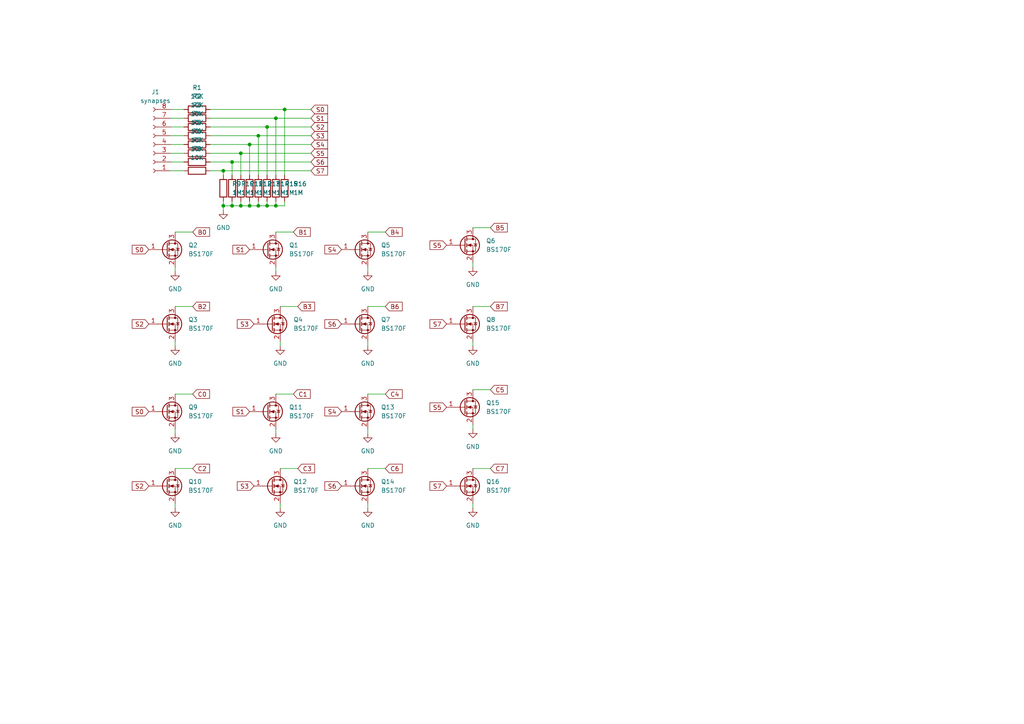
<source format=kicad_sch>
(kicad_sch (version 20230121) (generator eeschema)
  (paper "A4")
  (lib_symbols
    (symbol "Connector:Conn_01x08_Socket" (pin_names (offset 1.016) hide)
      (property "Reference" "J" (at 0 10.16 0))
      (property "Value" "Conn_01x08_Socket" (at 0 -12.7 0))
      (symbol "Conn_01x08_Socket_1_1"
        (arc (start 0 -9.652) (mid -0.5058 -10.16) (end 0 -10.668) (stroke (width 0.1524)))
        (arc (start 0 -7.112) (mid -0.5058 -7.62) (end 0 -8.128) (stroke (width 0.1524)))
        (arc (start 0 -4.572) (mid -0.5058 -5.08) (end 0 -5.588) (stroke (width 0.1524)))
        (arc (start 0 -2.032) (mid -0.5058 -2.54) (end 0 -3.048) (stroke (width 0.1524)))
        (polyline (pts (xy -1.27 -10.16) (xy -0.508 -10.16)) (stroke (width 0.1524)))
        (polyline (pts (xy -1.27 -7.62) (xy -0.508 -7.62)) (stroke (width 0.1524)))
        (polyline (pts (xy -1.27 -5.08) (xy -0.508 -5.08)) (stroke (width 0.1524)))
        (polyline (pts (xy -1.27 -2.54) (xy -0.508 -2.54)) (stroke (width 0.1524)))
        (polyline (pts (xy -1.27 0) (xy -0.508 0)) (stroke (width 0.1524)))
        (polyline (pts (xy -1.27 2.54) (xy -0.508 2.54)) (stroke (width 0.1524)))
        (polyline (pts (xy -1.27 5.08) (xy -0.508 5.08)) (stroke (width 0.1524)))
        (polyline (pts (xy -1.27 7.62) (xy -0.508 7.62)) (stroke (width 0.1524)))
        (arc (start 0 0.508) (mid -0.5058 0) (end 0 -0.508) (stroke (width 0.1524)))
        (arc (start 0 3.048) (mid -0.5058 2.54) (end 0 2.032) (stroke (width 0.1524)))
        (arc (start 0 5.588) (mid -0.5058 5.08) (end 0 4.572) (stroke (width 0.1524)))
        (arc (start 0 8.128) (mid -0.5058 7.62) (end 0 7.112) (stroke (width 0.1524)))
        (pin passive line (at -5.08 7.62 0) (length 3.81) (name "Pin_1") (number "1"))
        (pin passive line (at -5.08 5.08 0) (length 3.81) (name "Pin_2") (number "2"))
        (pin passive line (at -5.08 2.54 0) (length 3.81) (name "Pin_3") (number "3"))
        (pin passive line (at -5.08 0 0) (length 3.81) (name "Pin_4") (number "4"))
        (pin passive line (at -5.08 -2.54 0) (length 3.81) (name "Pin_5") (number "5"))
        (pin passive line (at -5.08 -5.08 0) (length 3.81) (name "Pin_6") (number "6"))
        (pin passive line (at -5.08 -7.62 0) (length 3.81) (name "Pin_7") (number "7"))
        (pin passive line (at -5.08 -10.16 0) (length 3.81) (name "Pin_8") (number "8"))
      )
    )
    (symbol "Device:R" (pin_numbers hide) (pin_names (offset 0))
      (property "Reference" "R" (at 2.032 0 90))
      (property "Value" "R" (at 0 0 90))
      (symbol "R_0_1"
        (rectangle (start -1.016 -2.54) (end 1.016 2.54) (stroke (width 0.254)))
      )
      (symbol "R_1_1"
        (pin passive line (at 0 3.81 270) (length 1.27) (name "~") (number "1"))
        (pin passive line (at 0 -3.81 90) (length 1.27) (name "~") (number "2"))
      )
    )
    (symbol "Transistor_FET:BS170F" (pin_names hide)
      (property "Reference" "Q" (at 5.08 1.905 0))
      (property "Value" "BS170F" (at 5.08 0 0))
      (symbol "BS170F_0_1"
        (polyline (pts (xy 0.254 0) (xy -2.54 0)))
        (polyline (pts (xy 0.254 1.905) (xy 0.254 -1.905)) (stroke (width 0.254)))
        (polyline (pts (xy 0.762 -1.27) (xy 0.762 -2.286)) (stroke (width 0.254)))
        (polyline (pts (xy 0.762 0.508) (xy 0.762 -0.508)) (stroke (width 0.254)))
        (polyline (pts (xy 0.762 2.286) (xy 0.762 1.27)) (stroke (width 0.254)))
        (polyline (pts (xy 2.54 2.54) (xy 2.54 1.778)))
        (polyline (pts (xy 2.54 -2.54) (xy 2.54 0) (xy 0.762 0)))
        (polyline (pts (xy 0.762 -1.778) (xy 3.302 -1.778) (xy 3.302 1.778) (xy 0.762 1.778)))
        (polyline (pts (xy 1.016 0) (xy 2.032 0.381) (xy 2.032 -0.381) (xy 1.016 0)) (fill (type outline)))
        (polyline (pts (xy 2.794 0.508) (xy 2.921 0.381) (xy 3.683 0.381) (xy 3.81 0.254)))
        (polyline (pts (xy 3.302 0.381) (xy 2.921 -0.254) (xy 3.683 -0.254) (xy 3.302 0.381)))
        (circle (center 1.651 0) (radius 2.794) (stroke (width 0.254)))
        (circle (center 2.54 -1.778) (radius 0.254) (fill (type outline)))
        (circle (center 2.54 1.778) (radius 0.254) (fill (type outline)))
      )
      (symbol "BS170F_1_1"
        (pin input line (at -5.08 0 0) (length 2.54) (name "G") (number "1"))
        (pin passive line (at 2.54 -5.08 90) (length 2.54) (name "S") (number "2"))
        (pin passive line (at 2.54 5.08 270) (length 2.54) (name "D") (number "3"))
      )
    )
    (symbol "power:GND" (power) (pin_names (offset 0))
      (property "Value" "GND" (at 0 -3.81 0))
      (symbol "GND_0_1"
        (polyline (pts (xy 0 0) (xy 0 -1.27) (xy 1.27 -1.27) (xy 0 -2.54) (xy -1.27 -1.27) (xy 0 -1.27)))
      )
      (symbol "GND_1_1"
        (pin power_in line (at 0 0 270) (length 0) hide (name "GND") (number "1"))
      )
    )
  )
  (junction (at 72.39 59.69))
  (junction (at 74.93 59.69))
  (junction (at 67.31 46.99))
  (junction (at 77.47 36.83))
  (junction (at 77.47 59.69))
  (junction (at 67.31 59.69))
  (junction (at 80.01 59.69))
  (junction (at 69.85 44.45))
  (junction (at 64.77 49.53))
  (junction (at 82.55 31.75))
  (junction (at 80.01 34.29))
  (junction (at 74.93 39.37))
  (junction (at 69.85 59.69))
  (junction (at 64.77 59.69))
  (junction (at 72.39 41.91))
  (wire (pts (xy 64.77 58.42) (xy 64.77 59.69)))
  (wire (pts (xy 72.39 58.42) (xy 72.39 59.69)))
  (wire (pts (xy 72.39 41.91) (xy 72.39 50.8)))
  (wire (pts (xy 137.16 66.04) (xy 142.24 66.04)))
  (wire (pts (xy 80.01 124.46) (xy 80.01 125.73)))
  (wire (pts (xy 137.16 135.89) (xy 142.24 135.89)))
  (wire (pts (xy 82.55 31.75) (xy 82.55 50.8)))
  (wire (pts (xy 137.16 88.9) (xy 142.24 88.9)))
  (wire (pts (xy 106.68 146.05) (xy 106.68 147.32)))
  (wire (pts (xy 106.68 88.9) (xy 111.76 88.9)))
  (wire (pts (xy 82.55 58.42) (xy 82.55 59.69)))
  (wire (pts (xy 80.01 77.47) (xy 80.01 78.74)))
  (wire (pts (xy 137.16 99.06) (xy 137.16 100.33)))
  (wire (pts (xy 106.68 77.47) (xy 106.68 78.74)))
  (wire (pts (xy 80.01 114.3) (xy 85.09 114.3)))
  (wire (pts (xy 60.96 46.99) (xy 67.31 46.99)))
  (wire (pts (xy 80.01 58.42) (xy 80.01 59.69)))
  (wire (pts (xy 82.55 31.75) (xy 90.17 31.75)))
  (wire (pts (xy 67.31 46.99) (xy 90.17 46.99)))
  (wire (pts (xy 77.47 58.42) (xy 77.47 59.69)))
  (wire (pts (xy 74.93 39.37) (xy 74.93 50.8)))
  (wire (pts (xy 60.96 49.53) (xy 64.77 49.53)))
  (wire (pts (xy 74.93 58.42) (xy 74.93 59.69)))
  (wire (pts (xy 81.28 99.06) (xy 81.28 100.33)))
  (wire (pts (xy 49.53 49.53) (xy 53.34 49.53)))
  (wire (pts (xy 69.85 44.45) (xy 90.17 44.45)))
  (wire (pts (xy 49.53 39.37) (xy 53.34 39.37)))
  (wire (pts (xy 50.8 67.31) (xy 55.88 67.31)))
  (wire (pts (xy 77.47 59.69) (xy 80.01 59.69)))
  (wire (pts (xy 60.96 36.83) (xy 77.47 36.83)))
  (wire (pts (xy 60.96 31.75) (xy 82.55 31.75)))
  (wire (pts (xy 81.28 146.05) (xy 81.28 147.32)))
  (wire (pts (xy 49.53 36.83) (xy 53.34 36.83)))
  (wire (pts (xy 106.68 135.89) (xy 111.76 135.89)))
  (wire (pts (xy 77.47 36.83) (xy 77.47 50.8)))
  (wire (pts (xy 49.53 44.45) (xy 53.34 44.45)))
  (wire (pts (xy 49.53 34.29) (xy 53.34 34.29)))
  (wire (pts (xy 80.01 59.69) (xy 82.55 59.69)))
  (wire (pts (xy 67.31 46.99) (xy 67.31 50.8)))
  (wire (pts (xy 60.96 34.29) (xy 80.01 34.29)))
  (wire (pts (xy 69.85 58.42) (xy 69.85 59.69)))
  (wire (pts (xy 77.47 36.83) (xy 90.17 36.83)))
  (wire (pts (xy 81.28 88.9) (xy 86.36 88.9)))
  (wire (pts (xy 64.77 49.53) (xy 64.77 50.8)))
  (wire (pts (xy 60.96 41.91) (xy 72.39 41.91)))
  (wire (pts (xy 49.53 41.91) (xy 53.34 41.91)))
  (wire (pts (xy 49.53 46.99) (xy 53.34 46.99)))
  (wire (pts (xy 50.8 114.3) (xy 55.88 114.3)))
  (wire (pts (xy 50.8 77.47) (xy 50.8 78.74)))
  (wire (pts (xy 74.93 39.37) (xy 90.17 39.37)))
  (wire (pts (xy 49.53 31.75) (xy 53.34 31.75)))
  (wire (pts (xy 137.16 146.05) (xy 137.16 147.32)))
  (wire (pts (xy 74.93 59.69) (xy 77.47 59.69)))
  (wire (pts (xy 72.39 59.69) (xy 74.93 59.69)))
  (wire (pts (xy 60.96 44.45) (xy 69.85 44.45)))
  (wire (pts (xy 137.16 123.19) (xy 137.16 124.46)))
  (wire (pts (xy 64.77 59.69) (xy 67.31 59.69)))
  (wire (pts (xy 106.68 124.46) (xy 106.68 125.73)))
  (wire (pts (xy 80.01 67.31) (xy 85.09 67.31)))
  (wire (pts (xy 67.31 59.69) (xy 69.85 59.69)))
  (wire (pts (xy 106.68 67.31) (xy 111.76 67.31)))
  (wire (pts (xy 69.85 59.69) (xy 72.39 59.69)))
  (wire (pts (xy 50.8 124.46) (xy 50.8 125.73)))
  (wire (pts (xy 50.8 146.05) (xy 50.8 147.32)))
  (wire (pts (xy 69.85 44.45) (xy 69.85 50.8)))
  (wire (pts (xy 50.8 99.06) (xy 50.8 100.33)))
  (wire (pts (xy 137.16 113.03) (xy 142.24 113.03)))
  (wire (pts (xy 64.77 59.69) (xy 64.77 60.96)))
  (wire (pts (xy 137.16 76.2) (xy 137.16 77.47)))
  (wire (pts (xy 67.31 59.69) (xy 67.31 58.42)))
  (wire (pts (xy 50.8 88.9) (xy 55.88 88.9)))
  (wire (pts (xy 106.68 99.06) (xy 106.68 100.33)))
  (wire (pts (xy 80.01 34.29) (xy 80.01 50.8)))
  (wire (pts (xy 81.28 135.89) (xy 86.36 135.89)))
  (wire (pts (xy 106.68 114.3) (xy 111.76 114.3)))
  (wire (pts (xy 50.8 135.89) (xy 55.88 135.89)))
  (wire (pts (xy 64.77 49.53) (xy 90.17 49.53)))
  (wire (pts (xy 72.39 41.91) (xy 90.17 41.91)))
  (wire (pts (xy 60.96 39.37) (xy 74.93 39.37)))
  (wire (pts (xy 80.01 34.29) (xy 90.17 34.29)))
  (global_label "S3" (shape input) (at 90.17 39.37 0) (property "Intersheetrefs" "${INTERSHEET_REFS}" (effects hide)))
  (global_label "S5" (shape input) (at 90.17 44.45 0) (property "Intersheetrefs" "${INTERSHEET_REFS}" (effects hide)))
  (global_label "B0" (shape input) (at 55.88 67.31 0) (property "Intersheetrefs" "${INTERSHEET_REFS}" (effects hide)))
  (global_label "C5" (shape input) (at 142.24 113.03 0) (property "Intersheetrefs" "${INTERSHEET_REFS}" (effects hide)))
  (global_label "S6" (shape input) (at 99.06 140.97 180) (property "Intersheetrefs" "${INTERSHEET_REFS}" (effects hide)))
  (global_label "B1" (shape input) (at 85.09 67.31 0) (property "Intersheetrefs" "${INTERSHEET_REFS}" (effects hide)))
  (global_label "B5" (shape input) (at 142.24 66.04 0) (property "Intersheetrefs" "${INTERSHEET_REFS}" (effects hide)))
  (global_label "B6" (shape input) (at 111.76 88.9 0) (property "Intersheetrefs" "${INTERSHEET_REFS}" (effects hide)))
  (global_label "S1" (shape input) (at 72.39 72.39 180) (property "Intersheetrefs" "${INTERSHEET_REFS}" (effects hide)))
  (global_label "B4" (shape input) (at 111.76 67.31 0) (property "Intersheetrefs" "${INTERSHEET_REFS}" (effects hide)))
  (global_label "B3" (shape input) (at 86.36 88.9 0) (property "Intersheetrefs" "${INTERSHEET_REFS}" (effects hide)))
  (global_label "S4" (shape input) (at 99.06 72.39 180) (property "Intersheetrefs" "${INTERSHEET_REFS}" (effects hide)))
  (global_label "C1" (shape input) (at 85.09 114.3 0) (property "Intersheetrefs" "${INTERSHEET_REFS}" (effects hide)))
  (global_label "S7" (shape input) (at 90.17 49.53 0) (property "Intersheetrefs" "${INTERSHEET_REFS}" (effects hide)))
  (global_label "S0" (shape input) (at 90.17 31.75 0) (property "Intersheetrefs" "${INTERSHEET_REFS}" (effects hide)))
  (global_label "S2" (shape input) (at 43.18 93.98 180) (property "Intersheetrefs" "${INTERSHEET_REFS}" (effects hide)))
  (global_label "C4" (shape input) (at 111.76 114.3 0) (property "Intersheetrefs" "${INTERSHEET_REFS}" (effects hide)))
  (global_label "C0" (shape input) (at 55.88 114.3 0) (property "Intersheetrefs" "${INTERSHEET_REFS}" (effects hide)))
  (global_label "S5" (shape input) (at 129.54 118.11 180) (property "Intersheetrefs" "${INTERSHEET_REFS}" (effects hide)))
  (global_label "C6" (shape input) (at 111.76 135.89 0) (property "Intersheetrefs" "${INTERSHEET_REFS}" (effects hide)))
  (global_label "S2" (shape input) (at 90.17 36.83 0) (property "Intersheetrefs" "${INTERSHEET_REFS}" (effects hide)))
  (global_label "S6" (shape input) (at 99.06 93.98 180) (property "Intersheetrefs" "${INTERSHEET_REFS}" (effects hide)))
  (global_label "S7" (shape input) (at 129.54 93.98 180) (property "Intersheetrefs" "${INTERSHEET_REFS}" (effects hide)))
  (global_label "B2" (shape input) (at 55.88 88.9 0) (property "Intersheetrefs" "${INTERSHEET_REFS}" (effects hide)))
  (global_label "S5" (shape input) (at 129.54 71.12 180) (property "Intersheetrefs" "${INTERSHEET_REFS}" (effects hide)))
  (global_label "S7" (shape input) (at 129.54 140.97 180) (property "Intersheetrefs" "${INTERSHEET_REFS}" (effects hide)))
  (global_label "S3" (shape input) (at 73.66 93.98 180) (property "Intersheetrefs" "${INTERSHEET_REFS}" (effects hide)))
  (global_label "S0" (shape input) (at 43.18 119.38 180) (property "Intersheetrefs" "${INTERSHEET_REFS}" (effects hide)))
  (global_label "C3" (shape input) (at 86.36 135.89 0) (property "Intersheetrefs" "${INTERSHEET_REFS}" (effects hide)))
  (global_label "S1" (shape input) (at 90.17 34.29 0) (property "Intersheetrefs" "${INTERSHEET_REFS}" (effects hide)))
  (global_label "S4" (shape input) (at 90.17 41.91 0) (property "Intersheetrefs" "${INTERSHEET_REFS}" (effects hide)))
  (global_label "B7" (shape input) (at 142.24 88.9 0) (property "Intersheetrefs" "${INTERSHEET_REFS}" (effects hide)))
  (global_label "S0" (shape input) (at 43.18 72.39 180) (property "Intersheetrefs" "${INTERSHEET_REFS}" (effects hide)))
  (global_label "S4" (shape input) (at 99.06 119.38 180) (property "Intersheetrefs" "${INTERSHEET_REFS}" (effects hide)))
  (global_label "S1" (shape input) (at 72.39 119.38 180) (property "Intersheetrefs" "${INTERSHEET_REFS}" (effects hide)))
  (global_label "S3" (shape input) (at 73.66 140.97 180) (property "Intersheetrefs" "${INTERSHEET_REFS}" (effects hide)))
  (global_label "S6" (shape input) (at 90.17 46.99 0) (property "Intersheetrefs" "${INTERSHEET_REFS}" (effects hide)))
  (global_label "C7" (shape input) (at 142.24 135.89 0) (property "Intersheetrefs" "${INTERSHEET_REFS}" (effects hide)))
  (global_label "S2" (shape input) (at 43.18 140.97 180) (property "Intersheetrefs" "${INTERSHEET_REFS}" (effects hide)))
  (global_label "C2" (shape input) (at 55.88 135.89 0) (property "Intersheetrefs" "${INTERSHEET_REFS}" (effects hide)))
  (symbol (lib_id "Transistor_FET:BS170F") (at 134.62 118.11 0) (unit 1)
    (property "Reference" "Q15" (at 140.97 116.84 0) (effects (justify left)))
    (property "Value" "BS170F" (at 140.97 119.38 0) (effects (justify left)))
    (property "Footprint" "Package_TO_SOT_SMD:SOT-23" (effects hide))
    (property "Datasheet" "http://www.diodes.com/assets/Datasheets/BS170F.pdf" (effects hide))
    (instances (project "one-synapse-electronic" (path "" (reference "Q15") (unit 1)) (path "" (reference "Q31") (unit 1))))
  )
  (symbol (lib_id "Transistor_FET:BS170F") (at 134.62 140.97 0) (unit 1)
    (property "Reference" "Q16" (at 140.97 139.7 0) (effects (justify left)))
    (property "Value" "BS170F" (at 140.97 142.24 0) (effects (justify left)))
    (property "Footprint" "Package_TO_SOT_SMD:SOT-23" (effects hide))
    (property "Datasheet" "http://www.diodes.com/assets/Datasheets/BS170F.pdf" (effects hide))
    (instances (project "one-synapse-electronic" (path "" (reference "Q16") (unit 1)) (path "" (reference "Q32") (unit 1))))
  )
  (symbol (lib_id "Transistor_FET:BS170F") (at 48.26 72.39 0) (unit 1)
    (property "Reference" "Q2" (at 54.61 71.12 0) (effects (justify left)))
    (property "Value" "BS170F" (at 54.61 73.66 0) (effects (justify left)))
    (property "Footprint" "Package_TO_SOT_SMD:SOT-23" (effects hide))
    (property "Datasheet" "http://www.diodes.com/assets/Datasheets/BS170F.pdf" (effects hide))
    (instances (project "one-synapse-electronic" (path "" (reference "Q2") (unit 1)) (path "" (reference "Q17") (unit 1))))
  )
  (symbol (lib_id "Connector:Conn_01x08_Socket") (at 44.45 41.91 180) (unit 1)
    (property "Reference" "J1" (at 45.085 26.67 0))
    (property "Value" "synapses" (at 45.085 29.21 0))
    (property "Footprint" "Connector_PinHeader_2.54mm:PinHeader_1x08_P2.54mm_Vertical" (effects hide))
    (instances (project "one-synapse-electronic" (path "" (reference "J1") (unit 1)) (path "" (reference "J7") (unit 1))))
  )
  (symbol (lib_id "power:GND") (at 50.8 78.74 0) (unit 1)
    (property "Reference" "#PWR03" (effects hide))
    (property "Value" "GND" (at 50.8 83.82 0))
    (instances (project "one-synapse-electronic" (path "" (reference "#PWR03") (unit 1)) (path "" (reference "#PWR018") (unit 1))))
  )
  (symbol (lib_id "Transistor_FET:BS170F") (at 104.14 119.38 0) (unit 1)
    (property "Reference" "Q13" (at 110.49 118.11 0) (effects (justify left)))
    (property "Value" "BS170F" (at 110.49 120.65 0) (effects (justify left)))
    (property "Footprint" "Package_TO_SOT_SMD:SOT-23" (effects hide))
    (property "Datasheet" "http://www.diodes.com/assets/Datasheets/BS170F.pdf" (effects hide))
    (instances (project "one-synapse-electronic" (path "" (reference "Q13") (unit 1)) (path "" (reference "Q27") (unit 1))))
  )
  (symbol (lib_id "power:GND") (at 106.68 125.73 0) (unit 1)
    (property "Reference" "#PWR014" (effects hide))
    (property "Value" "GND" (at 106.68 130.81 0))
    (instances (project "one-synapse-electronic" (path "" (reference "#PWR014") (unit 1)) (path "" (reference "#PWR029") (unit 1))))
  )
  (symbol (lib_id "power:GND") (at 81.28 147.32 0) (unit 1)
    (property "Reference" "#PWR013" (effects hide))
    (property "Value" "GND" (at 81.28 152.4 0))
    (instances (project "one-synapse-electronic" (path "" (reference "#PWR013") (unit 1)) (path "" (reference "#PWR026") (unit 1))))
  )
  (symbol (lib_id "Device:R") (at 57.15 41.91 90) (unit 1)
    (property "Reference" "R5" (at 57.15 35.56 90))
    (property "Value" "10K" (at 57.15 38.1 90))
    (property "Footprint" "Resistor_SMD:R_0805_2012Metric" (effects hide))
    (instances (project "one-synapse-electronic" (path "" (reference "R5") (unit 1)) (path "" (reference "R21") (unit 1))))
  )
  (symbol (lib_id "Device:R") (at 82.55 54.61 180) (unit 1)
    (property "Reference" "R16" (at 85.09 53.34 0) (effects (justify right)))
    (property "Value" "1M" (at 85.09 55.88 0) (effects (justify right)))
    (property "Footprint" "Resistor_SMD:R_0805_2012Metric" (effects hide))
    (instances (project "one-synapse-electronic" (path "" (reference "R16") (unit 1)) (path "" (reference "R32") (unit 1))))
  )
  (symbol (lib_id "Device:R") (at 67.31 54.61 180) (unit 1)
    (property "Reference" "R10" (at 69.85 53.34 0) (effects (justify right)))
    (property "Value" "1M" (at 69.85 55.88 0) (effects (justify right)))
    (property "Footprint" "Resistor_SMD:R_0805_2012Metric" (effects hide))
    (instances (project "one-synapse-electronic" (path "" (reference "R10") (unit 1)) (path "" (reference "R26") (unit 1))))
  )
  (symbol (lib_id "Transistor_FET:BS170F") (at 104.14 140.97 0) (unit 1)
    (property "Reference" "Q14" (at 110.49 139.7 0) (effects (justify left)))
    (property "Value" "BS170F" (at 110.49 142.24 0) (effects (justify left)))
    (property "Footprint" "Package_TO_SOT_SMD:SOT-23" (effects hide))
    (property "Datasheet" "http://www.diodes.com/assets/Datasheets/BS170F.pdf" (effects hide))
    (instances (project "one-synapse-electronic" (path "" (reference "Q14") (unit 1)) (path "" (reference "Q28") (unit 1))))
  )
  (symbol (lib_id "Device:R") (at 57.15 49.53 90) (unit 1)
    (property "Reference" "R8" (at 57.15 43.18 90))
    (property "Value" "10K" (at 57.15 45.72 90))
    (property "Footprint" "Resistor_SMD:R_0805_2012Metric" (effects hide))
    (instances (project "one-synapse-electronic" (path "" (reference "R8") (unit 1)) (path "" (reference "R24") (unit 1))))
  )
  (symbol (lib_id "Transistor_FET:BS170F") (at 78.74 93.98 0) (unit 1)
    (property "Reference" "Q4" (at 85.09 92.71 0) (effects (justify left)))
    (property "Value" "BS170F" (at 85.09 95.25 0) (effects (justify left)))
    (property "Footprint" "Package_TO_SOT_SMD:SOT-23" (effects hide))
    (property "Datasheet" "http://www.diodes.com/assets/Datasheets/BS170F.pdf" (effects hide))
    (instances (project "one-synapse-electronic" (path "" (reference "Q4") (unit 1)) (path "" (reference "Q23") (unit 1))))
  )
  (symbol (lib_id "Device:R") (at 64.77 54.61 180) (unit 1)
    (property "Reference" "R9" (at 67.31 53.34 0) (effects (justify right)))
    (property "Value" "1M" (at 67.31 55.88 0) (effects (justify right)))
    (property "Footprint" "Resistor_SMD:R_0805_2012Metric" (effects hide))
    (instances (project "one-synapse-electronic" (path "" (reference "R9") (unit 1)) (path "" (reference "R25") (unit 1))))
  )
  (symbol (lib_id "Transistor_FET:BS170F") (at 104.14 72.39 0) (unit 1)
    (property "Reference" "Q5" (at 110.49 71.12 0) (effects (justify left)))
    (property "Value" "BS170F" (at 110.49 73.66 0) (effects (justify left)))
    (property "Footprint" "Package_TO_SOT_SMD:SOT-23" (effects hide))
    (property "Datasheet" "http://www.diodes.com/assets/Datasheets/BS170F.pdf" (effects hide))
    (instances (project "one-synapse-electronic" (path "" (reference "Q5") (unit 1)) (path "" (reference "Q25") (unit 1))))
  )
  (symbol (lib_id "Transistor_FET:BS170F") (at 77.47 72.39 0) (unit 1)
    (property "Reference" "Q1" (at 83.82 71.12 0) (effects (justify left)))
    (property "Value" "BS170F" (at 83.82 73.66 0) (effects (justify left)))
    (property "Footprint" "Package_TO_SOT_SMD:SOT-23" (effects hide))
    (property "Datasheet" "http://www.diodes.com/assets/Datasheets/BS170F.pdf" (effects hide))
    (instances (project "one-synapse-electronic" (path "" (reference "Q1") (unit 1)) (path "" (reference "Q21") (unit 1))))
  )
  (symbol (lib_id "Device:R") (at 57.15 34.29 90) (unit 1)
    (property "Reference" "R2" (at 57.15 27.94 90))
    (property "Value" "10K" (at 57.15 30.48 90))
    (property "Footprint" "Resistor_SMD:R_0805_2012Metric" (effects hide))
    (instances (project "one-synapse-electronic" (path "" (reference "R2") (unit 1)) (path "" (reference "R18") (unit 1))))
  )
  (symbol (lib_id "Device:R") (at 72.39 54.61 180) (unit 1)
    (property "Reference" "R12" (at 74.93 53.34 0) (effects (justify right)))
    (property "Value" "1M" (at 74.93 55.88 0) (effects (justify right)))
    (property "Footprint" "Resistor_SMD:R_0805_2012Metric" (effects hide))
    (instances (project "one-synapse-electronic" (path "" (reference "R12") (unit 1)) (path "" (reference "R28") (unit 1))))
  )
  (symbol (lib_id "power:GND") (at 137.16 147.32 0) (unit 1)
    (property "Reference" "#PWR017" (effects hide))
    (property "Value" "GND" (at 137.16 152.4 0))
    (instances (project "one-synapse-electronic" (path "" (reference "#PWR017") (unit 1)) (path "" (reference "#PWR034") (unit 1))))
  )
  (symbol (lib_id "Transistor_FET:BS170F") (at 48.26 119.38 0) (unit 1)
    (property "Reference" "Q9" (at 54.61 118.11 0) (effects (justify left)))
    (property "Value" "BS170F" (at 54.61 120.65 0) (effects (justify left)))
    (property "Footprint" "Package_TO_SOT_SMD:SOT-23" (effects hide))
    (property "Datasheet" "http://www.diodes.com/assets/Datasheets/BS170F.pdf" (effects hide))
    (instances (project "one-synapse-electronic" (path "" (reference "Q9") (unit 1)) (path "" (reference "Q19") (unit 1))))
  )
  (symbol (lib_id "Device:R") (at 57.15 44.45 90) (unit 1)
    (property "Reference" "R6" (at 57.15 38.1 90))
    (property "Value" "10K" (at 57.15 40.64 90))
    (property "Footprint" "Resistor_SMD:R_0805_2012Metric" (effects hide))
    (instances (project "one-synapse-electronic" (path "" (reference "R6") (unit 1)) (path "" (reference "R22") (unit 1))))
  )
  (symbol (lib_id "power:GND") (at 137.16 124.46 0) (unit 1)
    (property "Reference" "#PWR016" (effects hide))
    (property "Value" "GND" (at 137.16 129.54 0))
    (instances (project "one-synapse-electronic" (path "" (reference "#PWR016") (unit 1)) (path "" (reference "#PWR033") (unit 1))))
  )
  (symbol (lib_id "Device:R") (at 57.15 46.99 90) (unit 1)
    (property "Reference" "R7" (at 57.15 40.64 90))
    (property "Value" "10K" (at 57.15 43.18 90))
    (property "Footprint" "Resistor_SMD:R_0805_2012Metric" (effects hide))
    (instances (project "one-synapse-electronic" (path "" (reference "R7") (unit 1)) (path "" (reference "R23") (unit 1))))
  )
  (symbol (lib_id "power:GND") (at 80.01 78.74 0) (unit 1)
    (property "Reference" "#PWR04" (effects hide))
    (property "Value" "GND" (at 80.01 83.82 0))
    (instances (project "one-synapse-electronic" (path "" (reference "#PWR04") (unit 1)) (path "" (reference "#PWR023") (unit 1))))
  )
  (symbol (lib_id "Device:R") (at 77.47 54.61 180) (unit 1)
    (property "Reference" "R14" (at 80.01 53.34 0) (effects (justify right)))
    (property "Value" "1M" (at 80.01 55.88 0) (effects (justify right)))
    (property "Footprint" "Resistor_SMD:R_0805_2012Metric" (effects hide))
    (instances (project "one-synapse-electronic" (path "" (reference "R14") (unit 1)) (path "" (reference "R30") (unit 1))))
  )
  (symbol (lib_id "power:GND") (at 50.8 147.32 0) (unit 1)
    (property "Reference" "#PWR011" (effects hide))
    (property "Value" "GND" (at 50.8 152.4 0))
    (instances (project "one-synapse-electronic" (path "" (reference "#PWR011") (unit 1)) (path "" (reference "#PWR021") (unit 1))))
  )
  (symbol (lib_id "Device:R") (at 69.85 54.61 180) (unit 1)
    (property "Reference" "R11" (at 72.39 53.34 0) (effects (justify right)))
    (property "Value" "1M" (at 72.39 55.88 0) (effects (justify right)))
    (property "Footprint" "Resistor_SMD:R_0805_2012Metric" (effects hide))
    (instances (project "one-synapse-electronic" (path "" (reference "R11") (unit 1)) (path "" (reference "R27") (unit 1))))
  )
  (symbol (lib_id "power:GND") (at 81.28 100.33 0) (unit 1)
    (property "Reference" "#PWR06" (effects hide))
    (property "Value" "GND" (at 81.28 105.41 0))
    (instances (project "one-synapse-electronic" (path "" (reference "#PWR06") (unit 1)) (path "" (reference "#PWR025") (unit 1))))
  )
  (symbol (lib_id "Transistor_FET:BS170F") (at 78.74 140.97 0) (unit 1)
    (property "Reference" "Q12" (at 85.09 139.7 0) (effects (justify left)))
    (property "Value" "BS170F" (at 85.09 142.24 0) (effects (justify left)))
    (property "Footprint" "Package_TO_SOT_SMD:SOT-23" (effects hide))
    (property "Datasheet" "http://www.diodes.com/assets/Datasheets/BS170F.pdf" (effects hide))
    (instances (project "one-synapse-electronic" (path "" (reference "Q12") (unit 1)) (path "" (reference "Q24") (unit 1))))
  )
  (symbol (lib_id "power:GND") (at 137.16 77.47 0) (unit 1)
    (property "Reference" "#PWR08" (effects hide))
    (property "Value" "GND" (at 137.16 82.55 0))
    (instances (project "one-synapse-electronic" (path "" (reference "#PWR08") (unit 1)) (path "" (reference "#PWR031") (unit 1))))
  )
  (symbol (lib_id "Transistor_FET:BS170F") (at 104.14 93.98 0) (unit 1)
    (property "Reference" "Q7" (at 110.49 92.71 0) (effects (justify left)))
    (property "Value" "BS170F" (at 110.49 95.25 0) (effects (justify left)))
    (property "Footprint" "Package_TO_SOT_SMD:SOT-23" (effects hide))
    (property "Datasheet" "http://www.diodes.com/assets/Datasheets/BS170F.pdf" (effects hide))
    (instances (project "one-synapse-electronic" (path "" (reference "Q7") (unit 1)) (path "" (reference "Q26") (unit 1))))
  )
  (symbol (lib_id "Transistor_FET:BS170F") (at 48.26 93.98 0) (unit 1)
    (property "Reference" "Q3" (at 54.61 92.71 0) (effects (justify left)))
    (property "Value" "BS170F" (at 54.61 95.25 0) (effects (justify left)))
    (property "Footprint" "Package_TO_SOT_SMD:SOT-23" (effects hide))
    (property "Datasheet" "http://www.diodes.com/assets/Datasheets/BS170F.pdf" (effects hide))
    (instances (project "one-synapse-electronic" (path "" (reference "Q3") (unit 1)) (path "" (reference "Q18") (unit 1))))
  )
  (symbol (lib_id "Device:R") (at 74.93 54.61 180) (unit 1)
    (property "Reference" "R13" (at 77.47 53.34 0) (effects (justify right)))
    (property "Value" "1M" (at 77.47 55.88 0) (effects (justify right)))
    (property "Footprint" "Resistor_SMD:R_0805_2012Metric" (effects hide))
    (instances (project "one-synapse-electronic" (path "" (reference "R13") (unit 1)) (path "" (reference "R29") (unit 1))))
  )
  (symbol (lib_id "power:GND") (at 106.68 78.74 0) (unit 1)
    (property "Reference" "#PWR07" (effects hide))
    (property "Value" "GND" (at 106.68 83.82 0))
    (instances (project "one-synapse-electronic" (path "" (reference "#PWR07") (unit 1)) (path "" (reference "#PWR027") (unit 1))))
  )
  (symbol (lib_id "power:GND") (at 64.77 60.96 0) (unit 1)
    (property "Reference" "#PWR01" (effects hide))
    (property "Value" "GND" (at 64.77 66.04 0))
    (instances (project "one-synapse-electronic" (path "" (reference "#PWR01") (unit 1)) (path "" (reference "#PWR022") (unit 1))))
  )
  (symbol (lib_id "power:GND") (at 50.8 100.33 0) (unit 1)
    (property "Reference" "#PWR05" (effects hide))
    (property "Value" "GND" (at 50.8 105.41 0))
    (instances (project "one-synapse-electronic" (path "" (reference "#PWR05") (unit 1)) (path "" (reference "#PWR019") (unit 1))))
  )
  (symbol (lib_id "Device:R") (at 57.15 39.37 90) (unit 1)
    (property "Reference" "R4" (at 57.15 33.02 90))
    (property "Value" "10K" (at 57.15 35.56 90))
    (property "Footprint" "Resistor_SMD:R_0805_2012Metric" (effects hide))
    (instances (project "one-synapse-electronic" (path "" (reference "R4") (unit 1)) (path "" (reference "R20") (unit 1))))
  )
  (symbol (lib_id "power:GND") (at 137.16 100.33 0) (unit 1)
    (property "Reference" "#PWR010" (effects hide))
    (property "Value" "GND" (at 137.16 105.41 0))
    (instances (project "one-synapse-electronic" (path "" (reference "#PWR010") (unit 1)) (path "" (reference "#PWR032") (unit 1))))
  )
  (symbol (lib_id "power:GND") (at 106.68 100.33 0) (unit 1)
    (property "Reference" "#PWR09" (effects hide))
    (property "Value" "GND" (at 106.68 105.41 0))
    (instances (project "one-synapse-electronic" (path "" (reference "#PWR09") (unit 1)) (path "" (reference "#PWR028") (unit 1))))
  )
  (symbol (lib_id "Device:R") (at 57.15 36.83 90) (unit 1)
    (property "Reference" "R3" (at 57.15 30.48 90))
    (property "Value" "10K" (at 57.15 33.02 90))
    (property "Footprint" "Resistor_SMD:R_0805_2012Metric" (effects hide))
    (instances (project "one-synapse-electronic" (path "" (reference "R3") (unit 1)) (path "" (reference "R19") (unit 1))))
  )
  (symbol (lib_id "power:GND") (at 106.68 147.32 0) (unit 1)
    (property "Reference" "#PWR015" (effects hide))
    (property "Value" "GND" (at 106.68 152.4 0))
    (instances (project "one-synapse-electronic" (path "" (reference "#PWR015") (unit 1)) (path "" (reference "#PWR030") (unit 1))))
  )
  (symbol (lib_id "Device:R") (at 57.15 31.75 90) (unit 1)
    (property "Reference" "R1" (at 57.15 25.4 90))
    (property "Value" "10K" (at 57.15 27.94 90))
    (property "Footprint" "Resistor_SMD:R_0805_2012Metric" (effects hide))
    (instances (project "one-synapse-electronic" (path "" (reference "R1") (unit 1)) (path "" (reference "R17") (unit 1))))
  )
  (symbol (lib_id "Transistor_FET:BS170F") (at 134.62 71.12 0) (unit 1)
    (property "Reference" "Q6" (at 140.97 69.85 0) (effects (justify left)))
    (property "Value" "BS170F" (at 140.97 72.39 0) (effects (justify left)))
    (property "Footprint" "Package_TO_SOT_SMD:SOT-23" (effects hide))
    (property "Datasheet" "http://www.diodes.com/assets/Datasheets/BS170F.pdf" (effects hide))
    (instances (project "one-synapse-electronic" (path "" (reference "Q6") (unit 1)) (path "" (reference "Q29") (unit 1))))
  )
  (symbol (lib_id "Transistor_FET:BS170F") (at 48.26 140.97 0) (unit 1)
    (property "Reference" "Q10" (at 54.61 139.7 0) (effects (justify left)))
    (property "Value" "BS170F" (at 54.61 142.24 0) (effects (justify left)))
    (property "Footprint" "Package_TO_SOT_SMD:SOT-23" (effects hide))
    (property "Datasheet" "http://www.diodes.com/assets/Datasheets/BS170F.pdf" (effects hide))
    (instances (project "one-synapse-electronic" (path "" (reference "Q10") (unit 1)) (path "" (reference "Q20") (unit 1))))
  )
  (symbol (lib_id "Device:R") (at 80.01 54.61 180) (unit 1)
    (property "Reference" "R15" (at 82.55 53.34 0) (effects (justify right)))
    (property "Value" "1M" (at 82.55 55.88 0) (effects (justify right)))
    (property "Footprint" "Resistor_SMD:R_0805_2012Metric" (effects hide))
    (instances (project "one-synapse-electronic" (path "" (reference "R15") (unit 1)) (path "" (reference "R31") (unit 1))))
  )
  (symbol (lib_id "power:GND") (at 80.01 125.73 0) (unit 1)
    (property "Reference" "#PWR012" (effects hide))
    (property "Value" "GND" (at 80.01 130.81 0))
    (instances (project "one-synapse-electronic" (path "" (reference "#PWR012") (unit 1)) (path "" (reference "#PWR024") (unit 1))))
  )
  (symbol (lib_id "power:GND") (at 50.8 125.73 0) (unit 1)
    (property "Reference" "#PWR02" (effects hide))
    (property "Value" "GND" (at 50.8 130.81 0))
    (instances (project "one-synapse-electronic" (path "" (reference "#PWR02") (unit 1)) (path "" (reference "#PWR020") (unit 1))))
  )
  (symbol (lib_id "Transistor_FET:BS170F") (at 134.62 93.98 0) (unit 1)
    (property "Reference" "Q8" (at 140.97 92.71 0) (effects (justify left)))
    (property "Value" "BS170F" (at 140.97 95.25 0) (effects (justify left)))
    (property "Footprint" "Package_TO_SOT_SMD:SOT-23" (effects hide))
    (property "Datasheet" "http://www.diodes.com/assets/Datasheets/BS170F.pdf" (effects hide))
    (instances (project "one-synapse-electronic" (path "" (reference "Q8") (unit 1)) (path "" (reference "Q30") (unit 1))))
  )
  (symbol (lib_id "Transistor_FET:BS170F") (at 77.47 119.38 0) (unit 1)
    (property "Reference" "Q11" (at 83.82 118.11 0) (effects (justify left)))
    (property "Value" "BS170F" (at 83.82 120.65 0) (effects (justify left)))
    (property "Footprint" "Package_TO_SOT_SMD:SOT-23" (effects hide))
    (property "Datasheet" "http://www.diodes.com/assets/Datasheets/BS170F.pdf" (effects hide))
    (instances (project "one-synapse-electronic" (path "" (reference "Q11") (unit 1)) (path "" (reference "Q22") (unit 1))))
  )
)
</source>
